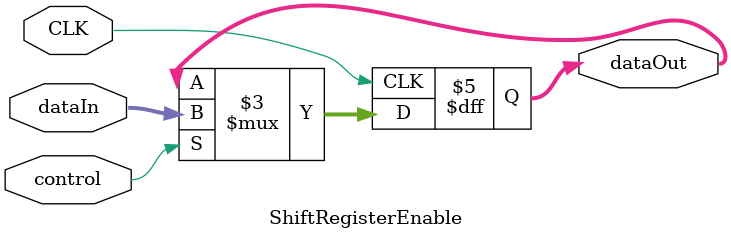
<source format=v>
`timescale 1ns / 1ps
module ShiftRegisterEnable( 
    input [31:0] dataIn, input CLK, control, 
    output reg [31:0] dataOut ); 
 
    always @(posedge CLK)  
    begin 
        if(control==1'b1) 
            dataOut <= dataIn; 
    end 
 
endmodule
</source>
